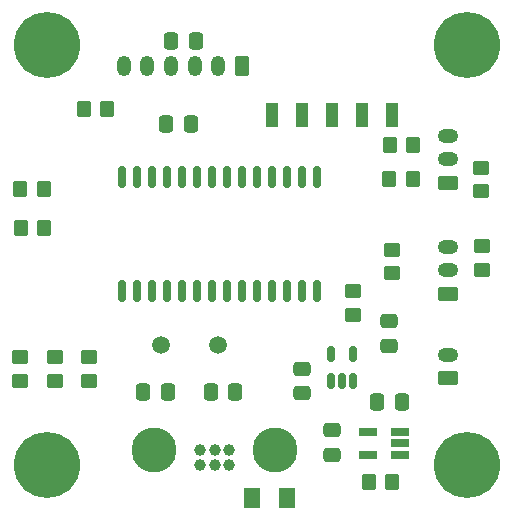
<source format=gbs>
%TF.GenerationSoftware,KiCad,Pcbnew,7.0.8*%
%TF.CreationDate,2024-04-14T14:01:42-04:00*%
%TF.ProjectId,vibBoard,76696242-6f61-4726-942e-6b696361645f,rev?*%
%TF.SameCoordinates,Original*%
%TF.FileFunction,Soldermask,Bot*%
%TF.FilePolarity,Negative*%
%FSLAX46Y46*%
G04 Gerber Fmt 4.6, Leading zero omitted, Abs format (unit mm)*
G04 Created by KiCad (PCBNEW 7.0.8) date 2024-04-14 14:01:42*
%MOMM*%
%LPD*%
G01*
G04 APERTURE LIST*
G04 Aperture macros list*
%AMRoundRect*
0 Rectangle with rounded corners*
0 $1 Rounding radius*
0 $2 $3 $4 $5 $6 $7 $8 $9 X,Y pos of 4 corners*
0 Add a 4 corners polygon primitive as box body*
4,1,4,$2,$3,$4,$5,$6,$7,$8,$9,$2,$3,0*
0 Add four circle primitives for the rounded corners*
1,1,$1+$1,$2,$3*
1,1,$1+$1,$4,$5*
1,1,$1+$1,$6,$7*
1,1,$1+$1,$8,$9*
0 Add four rect primitives between the rounded corners*
20,1,$1+$1,$2,$3,$4,$5,0*
20,1,$1+$1,$4,$5,$6,$7,0*
20,1,$1+$1,$6,$7,$8,$9,0*
20,1,$1+$1,$8,$9,$2,$3,0*%
G04 Aperture macros list end*
%ADD10C,3.800000*%
%ADD11C,1.000000*%
%ADD12RoundRect,0.250000X0.350000X0.625000X-0.350000X0.625000X-0.350000X-0.625000X0.350000X-0.625000X0*%
%ADD13O,1.200000X1.750000*%
%ADD14RoundRect,0.250000X0.625000X-0.350000X0.625000X0.350000X-0.625000X0.350000X-0.625000X-0.350000X0*%
%ADD15O,1.750000X1.200000*%
%ADD16C,5.600000*%
%ADD17RoundRect,0.250000X0.475000X-0.337500X0.475000X0.337500X-0.475000X0.337500X-0.475000X-0.337500X0*%
%ADD18RoundRect,0.250000X0.350000X0.450000X-0.350000X0.450000X-0.350000X-0.450000X0.350000X-0.450000X0*%
%ADD19RoundRect,0.250000X0.450000X-0.350000X0.450000X0.350000X-0.450000X0.350000X-0.450000X-0.350000X0*%
%ADD20RoundRect,0.250000X-0.450000X0.350000X-0.450000X-0.350000X0.450000X-0.350000X0.450000X0.350000X0*%
%ADD21RoundRect,0.250000X0.337500X0.475000X-0.337500X0.475000X-0.337500X-0.475000X0.337500X-0.475000X0*%
%ADD22RoundRect,0.250000X-0.475000X0.337500X-0.475000X-0.337500X0.475000X-0.337500X0.475000X0.337500X0*%
%ADD23RoundRect,0.250000X-0.337500X-0.475000X0.337500X-0.475000X0.337500X0.475000X-0.337500X0.475000X0*%
%ADD24R,1.560000X0.650000*%
%ADD25RoundRect,0.250000X-0.350000X-0.450000X0.350000X-0.450000X0.350000X0.450000X-0.350000X0.450000X0*%
%ADD26RoundRect,0.250001X-0.462499X-0.624999X0.462499X-0.624999X0.462499X0.624999X-0.462499X0.624999X0*%
%ADD27RoundRect,0.150000X0.150000X-0.750000X0.150000X0.750000X-0.150000X0.750000X-0.150000X-0.750000X0*%
%ADD28RoundRect,0.150000X0.150000X-0.512500X0.150000X0.512500X-0.150000X0.512500X-0.150000X-0.512500X0*%
%ADD29C,1.500000*%
%ADD30R,1.000000X2.000000*%
G04 APERTURE END LIST*
D10*
%TO.C,J1*%
X142354000Y-132080000D03*
X152654000Y-132080000D03*
D11*
X148754000Y-132080000D03*
X147504000Y-132080000D03*
X146254000Y-132080000D03*
X148754000Y-133330000D03*
X147504000Y-133330000D03*
X146254000Y-133330000D03*
%TD*%
D12*
%TO.C,J7*%
X149809200Y-99517200D03*
D13*
X147809200Y-99517200D03*
X145809200Y-99517200D03*
X143809200Y-99517200D03*
X141809200Y-99517200D03*
X139809200Y-99517200D03*
%TD*%
D14*
%TO.C,J5*%
X167222000Y-118856000D03*
D15*
X167222000Y-116856000D03*
X167222000Y-114856000D03*
%TD*%
D14*
%TO.C,J4*%
X167222000Y-126000000D03*
D15*
X167222000Y-124000000D03*
%TD*%
D16*
%TO.C,H3*%
X133350000Y-133350000D03*
%TD*%
D14*
%TO.C,J6*%
X167222000Y-109458000D03*
D15*
X167222000Y-107458000D03*
X167222000Y-105458000D03*
%TD*%
D16*
%TO.C,H1*%
X133350000Y-97790000D03*
%TD*%
%TO.C,H4*%
X168910000Y-133350000D03*
%TD*%
%TO.C,H2*%
X168910000Y-97790000D03*
%TD*%
D17*
%TO.C,C3*%
X162306000Y-123211500D03*
X162306000Y-121136500D03*
%TD*%
D18*
%TO.C,R3*%
X133064000Y-109982000D03*
X131064000Y-109982000D03*
%TD*%
D19*
%TO.C,R11*%
X170027600Y-110153200D03*
X170027600Y-108153200D03*
%TD*%
%TO.C,R10*%
X170180000Y-116824000D03*
X170180000Y-114824000D03*
%TD*%
D20*
%TO.C,R6*%
X134024000Y-124185500D03*
X134024000Y-126185500D03*
%TD*%
D21*
%TO.C,C6*%
X143531500Y-127177800D03*
X141456500Y-127177800D03*
%TD*%
D22*
%TO.C,C2*%
X154940000Y-125179000D03*
X154940000Y-127254000D03*
%TD*%
D23*
%TO.C,C13*%
X143840200Y-97434400D03*
X145915200Y-97434400D03*
%TD*%
D19*
%TO.C,R8*%
X159258000Y-120618000D03*
X159258000Y-118618000D03*
%TD*%
D20*
%TO.C,R5*%
X136906000Y-124185500D03*
X136906000Y-126185500D03*
%TD*%
D19*
%TO.C,R9*%
X162560000Y-117094000D03*
X162560000Y-115094000D03*
%TD*%
D18*
%TO.C,R12*%
X164306000Y-109118400D03*
X162306000Y-109118400D03*
%TD*%
%TO.C,R2*%
X138414000Y-103225600D03*
X136414000Y-103225600D03*
%TD*%
D24*
%TO.C,U2*%
X163195000Y-130556000D03*
X163195000Y-131506000D03*
X163195000Y-132456000D03*
X160495000Y-132456000D03*
X160495000Y-130556000D03*
%TD*%
D21*
%TO.C,C11*%
X145491200Y-104495600D03*
X143416200Y-104495600D03*
%TD*%
D25*
%TO.C,R13*%
X162322000Y-106222800D03*
X164322000Y-106222800D03*
%TD*%
D26*
%TO.C,F1*%
X150658500Y-136144000D03*
X153633500Y-136144000D03*
%TD*%
D27*
%TO.C,U4*%
X156210000Y-118566000D03*
X154940000Y-118566000D03*
X153670000Y-118566000D03*
X152400000Y-118566000D03*
X151130000Y-118566000D03*
X149860000Y-118566000D03*
X148590000Y-118566000D03*
X147320000Y-118566000D03*
X146050000Y-118566000D03*
X144780000Y-118566000D03*
X143510000Y-118566000D03*
X142240000Y-118566000D03*
X140970000Y-118566000D03*
X139700000Y-118566000D03*
X139700000Y-108966000D03*
X140970000Y-108966000D03*
X142240000Y-108966000D03*
X143510000Y-108966000D03*
X144780000Y-108966000D03*
X146050000Y-108966000D03*
X147320000Y-108966000D03*
X148590000Y-108966000D03*
X149860000Y-108966000D03*
X151130000Y-108966000D03*
X152400000Y-108966000D03*
X153670000Y-108966000D03*
X154940000Y-108966000D03*
X156210000Y-108966000D03*
%TD*%
D18*
%TO.C,R4*%
X133096000Y-113284000D03*
X131096000Y-113284000D03*
%TD*%
D25*
%TO.C,R1*%
X160560000Y-134742000D03*
X162560000Y-134742000D03*
%TD*%
D23*
%TO.C,C1*%
X161268500Y-128016000D03*
X163343500Y-128016000D03*
%TD*%
D20*
%TO.C,R7*%
X131064000Y-124206000D03*
X131064000Y-126206000D03*
%TD*%
D28*
%TO.C,U1*%
X159258000Y-126227000D03*
X158308000Y-126227000D03*
X157358000Y-126227000D03*
X157358000Y-123952000D03*
X159258000Y-123952000D03*
%TD*%
D23*
%TO.C,C5*%
X147167600Y-127177800D03*
X149242600Y-127177800D03*
%TD*%
D22*
%TO.C,C4*%
X157480000Y-130407500D03*
X157480000Y-132482500D03*
%TD*%
D29*
%TO.C,Y1*%
X147828000Y-123190000D03*
X142948000Y-123190000D03*
%TD*%
D30*
%TO.C,J2*%
X162530000Y-103733600D03*
X159990000Y-103733600D03*
X157450000Y-103733600D03*
X154910000Y-103733600D03*
X152370000Y-103733600D03*
%TD*%
M02*

</source>
